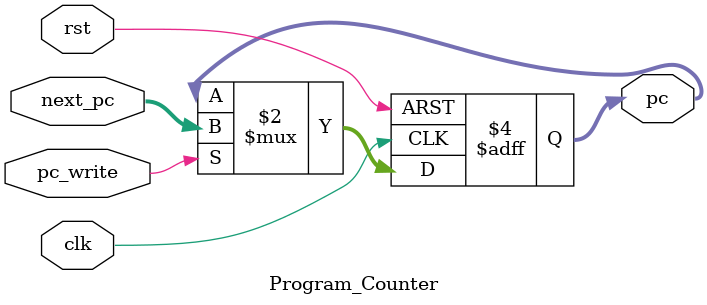
<source format=sv>
`timescale 1ns / 1ps
module Program_Counter 
(
    input logic rst,
    input logic clk,
    input logic pc_write,
    input logic [31:0] next_pc,  
    output logic [31:0] pc       
); 
always_ff @(posedge clk or posedge rst) begin
    if (rst)
        pc <= 0;
    else if (pc_write)
        pc <= next_pc;  // Only update when pc_write is 1 and else will retain when pc_write is 0
    // else: do nothing, retain current value
end
endmodule

</source>
